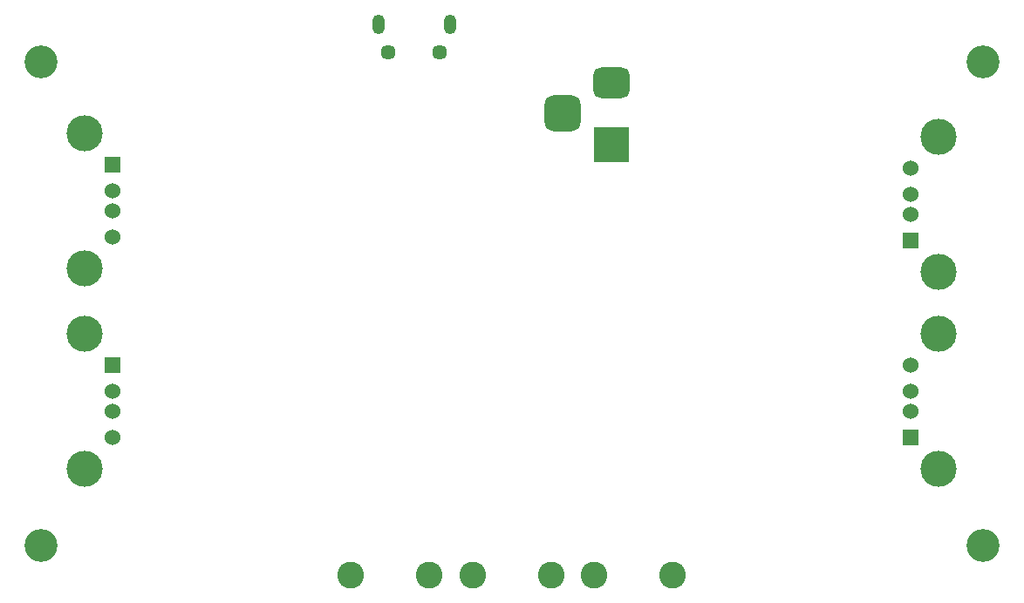
<source format=gbr>
%TF.GenerationSoftware,KiCad,Pcbnew,8.0.1-rc1*%
%TF.CreationDate,2024-04-25T22:15:10-05:00*%
%TF.ProjectId,USB-HUB,5553422d-4855-4422-9e6b-696361645f70,rev?*%
%TF.SameCoordinates,PXa983cd0PYa38e500*%
%TF.FileFunction,Soldermask,Bot*%
%TF.FilePolarity,Negative*%
%FSLAX46Y46*%
G04 Gerber Fmt 4.6, Leading zero omitted, Abs format (unit mm)*
G04 Created by KiCad (PCBNEW 8.0.1-rc1) date 2024-04-25 22:15:10*
%MOMM*%
%LPD*%
G01*
G04 APERTURE LIST*
G04 Aperture macros list*
%AMRoundRect*
0 Rectangle with rounded corners*
0 $1 Rounding radius*
0 $2 $3 $4 $5 $6 $7 $8 $9 X,Y pos of 4 corners*
0 Add a 4 corners polygon primitive as box body*
4,1,4,$2,$3,$4,$5,$6,$7,$8,$9,$2,$3,0*
0 Add four circle primitives for the rounded corners*
1,1,$1+$1,$2,$3*
1,1,$1+$1,$4,$5*
1,1,$1+$1,$6,$7*
1,1,$1+$1,$8,$9*
0 Add four rect primitives between the rounded corners*
20,1,$1+$1,$2,$3,$4,$5,0*
20,1,$1+$1,$4,$5,$6,$7,0*
20,1,$1+$1,$6,$7,$8,$9,0*
20,1,$1+$1,$8,$9,$2,$3,0*%
G04 Aperture macros list end*
%ADD10R,1.524000X1.524000*%
%ADD11C,1.524000*%
%ADD12C,3.500000*%
%ADD13C,3.200000*%
%ADD14C,2.600000*%
%ADD15R,3.500000X3.500000*%
%ADD16RoundRect,0.750000X-1.000000X0.750000X-1.000000X-0.750000X1.000000X-0.750000X1.000000X0.750000X0*%
%ADD17RoundRect,0.875000X-0.875000X0.875000X-0.875000X-0.875000X0.875000X-0.875000X0.875000X0.875000X0*%
%ADD18O,1.200000X1.900000*%
%ADD19C,1.450000*%
G04 APERTURE END LIST*
D10*
%TO.C,J3*%
X12128300Y22600800D03*
D11*
X12128300Y20100800D03*
X12128300Y18100800D03*
X12128300Y15600800D03*
D12*
X9418300Y25670800D03*
X9418300Y12530800D03*
%TD*%
D13*
%TO.C,H1*%
X5130800Y52120800D03*
%TD*%
D14*
%TO.C,TP3*%
X47040800Y2209800D03*
X54660800Y2209800D03*
%TD*%
D10*
%TO.C,J4*%
X89585800Y15600800D03*
D11*
X89585800Y18100800D03*
X89585800Y20100800D03*
X89585800Y22600800D03*
D12*
X92295800Y12530800D03*
X92295800Y25670800D03*
%TD*%
D10*
%TO.C,J2*%
X12128300Y42090800D03*
D11*
X12128300Y39590800D03*
X12128300Y37590800D03*
X12128300Y35090800D03*
D12*
X9418300Y45160800D03*
X9418300Y32020800D03*
%TD*%
D15*
%TO.C,J6*%
X60502800Y44088800D03*
D16*
X60502800Y50088800D03*
D17*
X55802800Y47088800D03*
%TD*%
D13*
%TO.C,H4*%
X96570800Y5130800D03*
%TD*%
D14*
%TO.C,TP1*%
X58851800Y2209800D03*
X66471800Y2209800D03*
%TD*%
D13*
%TO.C,H2*%
X5130800Y5130800D03*
%TD*%
D10*
%TO.C,J5*%
X89585800Y34743000D03*
D11*
X89585800Y37243000D03*
X89585800Y39243000D03*
X89585800Y41743000D03*
D12*
X92295800Y31673000D03*
X92295800Y44813000D03*
%TD*%
D18*
%TO.C,J1*%
X44876600Y55745900D03*
D19*
X43876600Y53045900D03*
X38876600Y53045900D03*
D18*
X37876600Y55745900D03*
%TD*%
D14*
%TO.C,TP2*%
X35229800Y2209800D03*
X42849800Y2209800D03*
%TD*%
D13*
%TO.C,H3*%
X96570800Y52120800D03*
%TD*%
M02*

</source>
